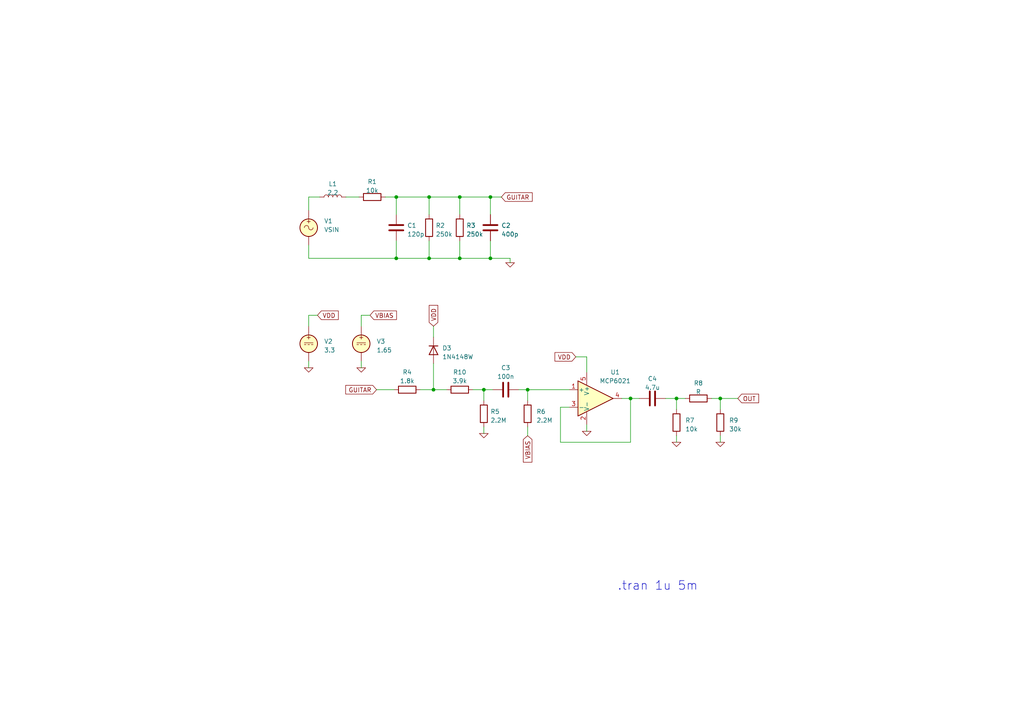
<source format=kicad_sch>
(kicad_sch (version 20230121) (generator eeschema)
  (paper "A4")
  (lib_symbols
    (symbol "Amplifier_Operational:MCP6001U" (pin_names (offset 0.127))
      (property "Reference" "U" (at 0 5.08 0))
      (property "Value" "MCP6001U" (at 0 -5.08 0))
      (symbol "MCP6001U_0_1"
        (polyline (pts (xy -5.08 5.08) (xy 5.08 0) (xy -5.08 -5.08) (xy -5.08 5.08)) (stroke (width 0.254)) (fill (type background)))
        (pin power_in line (at -2.54 -7.62 90) (length 3.81) (name "V-") (number "2"))
        (pin power_in line (at -2.54 7.62 270) (length 3.81) (name "V+") (number "5"))
      )
      (symbol "MCP6001U_1_1"
        (pin input line (at -7.62 2.54 0) (length 2.54) (name "+") (number "1"))
        (pin input line (at -7.62 -2.54 0) (length 2.54) (name "-") (number "3"))
        (pin output line (at 7.62 0 180) (length 2.54) (name "~") (number "4"))
      )
    )
    (symbol "Device:C" (pin_numbers hide) (pin_names (offset 0.254))
      (property "Reference" "C" (at 0.635 2.54 0))
      (property "Value" "C" (at 0.635 -2.54 0))
      (symbol "C_0_1"
        (polyline (pts (xy -2.032 -0.762) (xy 2.032 -0.762)) (stroke (width 0.508)))
        (polyline (pts (xy -2.032 0.762) (xy 2.032 0.762)) (stroke (width 0.508)))
      )
      (symbol "C_1_1"
        (pin passive line (at 0 3.81 270) (length 2.794) (name "~") (number "1"))
        (pin passive line (at 0 -3.81 90) (length 2.794) (name "~") (number "2"))
      )
    )
    (symbol "Device:D" (pin_numbers hide) (pin_names (offset 1.016) hide)
      (property "Reference" "D" (at 0 2.54 0))
      (property "Value" "D" (at 0 -2.54 0))
      (symbol "D_0_1"
        (polyline (pts (xy -1.27 1.27) (xy -1.27 -1.27)) (stroke (width 0.254)))
        (polyline (pts (xy 1.27 0) (xy -1.27 0)))
        (polyline (pts (xy 1.27 1.27) (xy 1.27 -1.27) (xy -1.27 0) (xy 1.27 1.27)) (stroke (width 0.254)))
      )
      (symbol "D_1_1"
        (pin passive line (at -3.81 0 0) (length 2.54) (name "K") (number "1"))
        (pin passive line (at 3.81 0 180) (length 2.54) (name "A") (number "2"))
      )
    )
    (symbol "Device:L" (pin_numbers hide) (pin_names (offset 1.016) hide)
      (property "Reference" "L" (at -1.27 0 90))
      (property "Value" "L" (at 1.905 0 90))
      (symbol "L_0_1"
        (arc (start 0 -2.54) (mid 0.6323 -1.905) (end 0 -1.27))
        (arc (start 0 -1.27) (mid 0.6323 -0.635) (end 0 0))
        (arc (start 0 0) (mid 0.6323 0.635) (end 0 1.27))
        (arc (start 0 1.27) (mid 0.6323 1.905) (end 0 2.54))
      )
      (symbol "L_1_1"
        (pin passive line (at 0 3.81 270) (length 1.27) (name "1") (number "1"))
        (pin passive line (at 0 -3.81 90) (length 1.27) (name "2") (number "2"))
      )
    )
    (symbol "Device:R" (pin_numbers hide) (pin_names (offset 0))
      (property "Reference" "R" (at 2.032 0 90))
      (property "Value" "R" (at 0 0 90))
      (symbol "R_0_1"
        (rectangle (start -1.016 -2.54) (end 1.016 2.54) (stroke (width 0.254)))
      )
      (symbol "R_1_1"
        (pin passive line (at 0 3.81 270) (length 1.27) (name "~") (number "1"))
        (pin passive line (at 0 -3.81 90) (length 1.27) (name "~") (number "2"))
      )
    )
    (symbol "Simulation_SPICE:0" (power) (pin_names (offset 0))
      (property "Value" "0" (at 0 -1.778 0))
      (symbol "0_0_1"
        (polyline (pts (xy -1.27 0) (xy 0 -1.27) (xy 1.27 0) (xy -1.27 0)))
      )
      (symbol "0_1_1"
        (pin power_in line (at 0 0 0) (length 0) hide (name "0") (number "1"))
      )
    )
    (symbol "Simulation_SPICE:VDC" (pin_numbers hide) (pin_names (offset 0.0254))
      (property "Reference" "V" (at 2.54 2.54 0))
      (property "Value" "1" (at 2.54 0 0))
      (symbol "VDC_0_0"
        (polyline (pts (xy -1.27 0.254) (xy 1.27 0.254)))
        (polyline (pts (xy -0.762 -0.254) (xy -1.27 -0.254)))
        (polyline (pts (xy 0.254 -0.254) (xy -0.254 -0.254)))
        (polyline (pts (xy 1.27 -0.254) (xy 0.762 -0.254)))
        (text "+" (at 0 1.905 0) (effects (font (size 1.27 1.27))))
      )
      (symbol "VDC_0_1"
        (circle (center 0 0) (radius 2.54) (stroke (width 0.254)) (fill (type background)))
      )
      (symbol "VDC_1_1"
        (pin passive line (at 0 5.08 270) (length 2.54) (name "~") (number "1"))
        (pin passive line (at 0 -5.08 90) (length 2.54) (name "~") (number "2"))
      )
    )
    (symbol "Simulation_SPICE:VSIN" (pin_numbers hide) (pin_names (offset 0.0254))
      (property "Reference" "V" (at 2.54 2.54 0))
      (property "Value" "VSIN" (at 2.54 0 0))
      (property "Sim.Params" "dc=0 ampl=1 f=1k ac=1" (at 2.54 -2.54 0))
      (symbol "VSIN_0_0"
        (arc (start 0 0) (mid -0.635 0.6323) (end -1.27 0))
        (arc (start 0 0) (mid 0.635 -0.6323) (end 1.27 0))
        (text "+" (at 0 1.905 0) (effects (font (size 1.27 1.27))))
      )
      (symbol "VSIN_0_1"
        (circle (center 0 0) (radius 2.54) (stroke (width 0.254)) (fill (type background)))
      )
      (symbol "VSIN_1_1"
        (pin passive line (at 0 5.08 270) (length 2.54) (name "~") (number "1"))
        (pin passive line (at 0 -5.08 90) (length 2.54) (name "~") (number "2"))
      )
    )
  )
  (junction (at 208.915 115.57))
  (junction (at 133.35 57.15))
  (junction (at 114.935 74.93))
  (junction (at 125.73 113.03))
  (junction (at 142.24 57.15))
  (junction (at 124.46 74.93))
  (junction (at 142.24 74.93))
  (junction (at 196.215 115.57))
  (junction (at 182.88 115.57))
  (junction (at 114.935 57.15))
  (junction (at 153.035 113.03))
  (junction (at 124.46 57.15))
  (junction (at 133.35 74.93))
  (junction (at 140.335 113.03))
  (wire (pts (xy 140.335 123.825) (xy 140.335 125.73)))
  (wire (pts (xy 147.955 74.93) (xy 142.24 74.93)))
  (wire (pts (xy 124.46 62.23) (xy 124.46 57.15)))
  (wire (pts (xy 89.535 91.44) (xy 92.075 91.44)))
  (wire (pts (xy 125.73 105.41) (xy 125.73 113.03)))
  (wire (pts (xy 142.24 69.85) (xy 142.24 74.93)))
  (wire (pts (xy 193.04 115.57) (xy 196.215 115.57)))
  (wire (pts (xy 153.035 123.825) (xy 153.035 126.365)))
  (wire (pts (xy 208.915 115.57) (xy 208.915 118.745)))
  (wire (pts (xy 162.56 118.11) (xy 162.56 128.27)))
  (wire (pts (xy 206.375 115.57) (xy 208.915 115.57)))
  (wire (pts (xy 142.24 62.23) (xy 142.24 57.15)))
  (wire (pts (xy 114.935 74.93) (xy 114.935 69.85)))
  (wire (pts (xy 111.76 57.15) (xy 114.935 57.15)))
  (wire (pts (xy 140.335 113.03) (xy 142.875 113.03)))
  (wire (pts (xy 153.035 116.205) (xy 153.035 113.03)))
  (wire (pts (xy 89.535 57.15) (xy 92.71 57.15)))
  (wire (pts (xy 140.335 113.03) (xy 140.335 116.205)))
  (wire (pts (xy 133.35 57.15) (xy 142.24 57.15)))
  (wire (pts (xy 182.88 128.27) (xy 182.88 115.57)))
  (wire (pts (xy 165.1 118.11) (xy 162.56 118.11)))
  (wire (pts (xy 124.46 57.15) (xy 114.935 57.15)))
  (wire (pts (xy 153.035 113.03) (xy 165.1 113.03)))
  (wire (pts (xy 124.46 57.15) (xy 133.35 57.15)))
  (wire (pts (xy 124.46 74.93) (xy 133.35 74.93)))
  (wire (pts (xy 167.005 103.505) (xy 170.18 103.505)))
  (wire (pts (xy 89.535 60.96) (xy 89.535 57.15)))
  (wire (pts (xy 125.73 94.615) (xy 125.73 97.79)))
  (wire (pts (xy 109.22 113.03) (xy 114.3 113.03)))
  (wire (pts (xy 104.775 104.775) (xy 104.775 106.68)))
  (wire (pts (xy 170.18 123.19) (xy 170.18 125.095)))
  (wire (pts (xy 170.18 103.505) (xy 170.18 107.95)))
  (wire (pts (xy 147.955 76.2) (xy 147.955 74.93)))
  (wire (pts (xy 196.215 126.365) (xy 196.215 128.27)))
  (wire (pts (xy 114.935 74.93) (xy 124.46 74.93)))
  (wire (pts (xy 89.535 71.12) (xy 89.535 74.93)))
  (wire (pts (xy 182.88 115.57) (xy 180.34 115.57)))
  (wire (pts (xy 142.24 57.15) (xy 145.415 57.15)))
  (wire (pts (xy 196.215 115.57) (xy 198.755 115.57)))
  (wire (pts (xy 133.35 62.23) (xy 133.35 57.15)))
  (wire (pts (xy 114.935 57.15) (xy 114.935 62.23)))
  (wire (pts (xy 125.73 113.03) (xy 129.54 113.03)))
  (wire (pts (xy 104.775 94.615) (xy 104.775 91.44)))
  (wire (pts (xy 208.915 115.57) (xy 213.995 115.57)))
  (wire (pts (xy 196.215 118.745) (xy 196.215 115.57)))
  (wire (pts (xy 124.46 69.85) (xy 124.46 74.93)))
  (wire (pts (xy 121.92 113.03) (xy 125.73 113.03)))
  (wire (pts (xy 89.535 104.775) (xy 89.535 106.68)))
  (wire (pts (xy 150.495 113.03) (xy 153.035 113.03)))
  (wire (pts (xy 208.915 126.365) (xy 208.915 128.27)))
  (wire (pts (xy 89.535 94.615) (xy 89.535 91.44)))
  (wire (pts (xy 162.56 128.27) (xy 182.88 128.27)))
  (wire (pts (xy 100.33 57.15) (xy 104.14 57.15)))
  (wire (pts (xy 89.535 74.93) (xy 114.935 74.93)))
  (wire (pts (xy 133.35 69.85) (xy 133.35 74.93)))
  (wire (pts (xy 104.775 91.44) (xy 107.315 91.44)))
  (wire (pts (xy 137.16 113.03) (xy 140.335 113.03)))
  (wire (pts (xy 182.88 115.57) (xy 185.42 115.57)))
  (wire (pts (xy 142.24 74.93) (xy 133.35 74.93)))
  (text_box ".tran 1u 5m\n" (at 177.165 166.37 0) (size 28.575 5.715) (stroke (width -0.0001)) (effects (font (size 2.54 2.54)) (justify left top)))
  (global_label "GUITAR" (shape input) (at 109.22 113.03 180) (property "Intersheetrefs" "${INTERSHEET_REFS}" (effects hide)))
  (global_label "VDD" (shape input) (at 92.075 91.44 0) (property "Intersheetrefs" "${INTERSHEET_REFS}" (effects hide)))
  (global_label "VBIAS" (shape input) (at 153.035 126.365 270) (property "Intersheetrefs" "${INTERSHEET_REFS}" (effects hide)))
  (global_label "VDD" (shape input) (at 167.005 103.505 180) (property "Intersheetrefs" "${INTERSHEET_REFS}" (effects hide)))
  (global_label "VDD" (shape input) (at 125.73 94.615 90) (property "Intersheetrefs" "${INTERSHEET_REFS}" (effects hide)))
  (global_label "VBIAS" (shape input) (at 107.315 91.44 0) (property "Intersheetrefs" "${INTERSHEET_REFS}" (effects hide)))
  (global_label "OUT" (shape input) (at 213.995 115.57 0) (property "Intersheetrefs" "${INTERSHEET_REFS}" (effects hide)))
  (global_label "GUITAR" (shape input) (at 145.415 57.15 0) (property "Intersheetrefs" "${INTERSHEET_REFS}" (effects hide)))
  (symbol (lib_id "Device:R") (at 133.35 66.04 0) (unit 1)
    (property "Reference" "R3" (at 135.255 65.405 0) (effects (justify left)))
    (property "Value" "250k" (at 135.255 67.945 0) (effects (justify left)))
  )
  (symbol (lib_id "Device:R") (at 140.335 120.015 0) (unit 1)
    (property "Reference" "R5" (at 142.24 119.38 0) (effects (justify left)))
    (property "Value" "2.2M" (at 142.24 121.92 0) (effects (justify left)))
  )
  (symbol (lib_id "Simulation_SPICE:0") (at 140.335 125.73 0) (unit 1)
    (property "Reference" "#GND05" (effects hide))
    (property "Value" "0" (effects hide))
  )
  (symbol (lib_id "Device:C") (at 114.935 66.04 0) (unit 1)
    (property "Reference" "C1" (at 118.11 65.405 0) (effects (justify left)))
    (property "Value" "120p" (at 118.11 67.945 0) (effects (justify left)))
  )
  (symbol (lib_id "Simulation_SPICE:0") (at 104.775 106.68 0) (unit 1)
    (property "Reference" "#GND04" (effects hide))
    (property "Value" "0" (effects hide))
  )
  (symbol (lib_id "Device:R") (at 133.35 113.03 90) (unit 1)
    (property "Reference" "R10" (at 133.35 107.95 90))
    (property "Value" "3.9k" (at 133.35 110.49 90))
  )
  (symbol (lib_id "Device:R") (at 118.11 113.03 90) (unit 1)
    (property "Reference" "R4" (at 118.11 107.95 90))
    (property "Value" "1.8k" (at 118.11 110.49 90))
  )
  (symbol (lib_id "Device:C") (at 189.23 115.57 90) (unit 1)
    (property "Reference" "C4" (at 189.23 109.855 90))
    (property "Value" "4.7u" (at 189.23 112.395 90))
  )
  (symbol (lib_id "Device:R") (at 153.035 120.015 0) (unit 1)
    (property "Reference" "R6" (at 155.575 119.38 0) (effects (justify left)))
    (property "Value" "2.2M" (at 155.575 121.92 0) (effects (justify left)))
  )
  (symbol (lib_id "Simulation_SPICE:0") (at 208.915 128.27 0) (unit 1)
    (property "Reference" "#GND07" (effects hide))
    (property "Value" "0" (effects hide))
  )
  (symbol (lib_id "Device:D") (at 125.73 101.6 270) (unit 1)
    (property "Reference" "D3" (at 128.27 100.965 90) (effects (justify left)))
    (property "Value" "1N4148W" (at 128.27 103.505 90) (effects (justify left)))
    (property "Sim.Device" "D" (effects hide))
    (property "Sim.Pins" "1=K 2=A" (effects hide))
    (property "Sim.Library" "SPICEModels/1N4148W.lib" (effects hide))
    (property "Sim.Name" "1N4148W" (effects hide))
    (property "Sim.Params" "temp=28" (effects hide))
  )
  (symbol (lib_id "Device:L") (at 96.52 57.15 90) (unit 1)
    (property "Reference" "L1" (at 96.52 53.34 90))
    (property "Value" "2.2" (at 96.52 55.88 90))
  )
  (symbol (lib_id "Device:C") (at 142.24 66.04 0) (unit 1)
    (property "Reference" "C2" (at 145.415 65.405 0) (effects (justify left)))
    (property "Value" "400p" (at 145.415 67.945 0) (effects (justify left)))
  )
  (symbol (lib_id "Device:R") (at 196.215 122.555 0) (unit 1)
    (property "Reference" "R7" (at 198.755 121.92 0) (effects (justify left)))
    (property "Value" "10k" (at 198.755 124.46 0) (effects (justify left)))
  )
  (symbol (lib_id "Simulation_SPICE:VDC") (at 89.535 99.695 0) (unit 1)
    (property "Reference" "V2" (at 93.98 99.0242 0) (effects (justify left)))
    (property "Value" "3.3" (at 93.98 101.5642 0) (effects (justify left)))
    (property "Sim.Pins" "1=+ 2=-" (effects hide))
    (property "Sim.Type" "DC" (effects hide))
    (property "Sim.Device" "V" (effects hide))
  )
  (symbol (lib_id "Simulation_SPICE:VSIN") (at 89.535 66.04 0) (unit 1)
    (property "Reference" "V1" (at 93.98 64.0992 0) (effects (justify left)))
    (property "Value" "VSIN" (at 93.98 66.6392 0) (effects (justify left)))
    (property "Sim.Pins" "1=+ 2=-" (effects hide))
    (property "Sim.Params" "dc=0 ampl=1 f=1k ac=1" (effects hide))
    (property "Sim.Type" "SIN" (effects hide))
    (property "Sim.Device" "V" (effects hide))
  )
  (symbol (lib_id "Simulation_SPICE:0") (at 89.535 106.68 0) (unit 1)
    (property "Reference" "#GND03" (effects hide))
    (property "Value" "0" (effects hide))
  )
  (symbol (lib_id "Device:R") (at 202.565 115.57 90) (unit 1)
    (property "Reference" "R8" (at 202.565 111.125 90))
    (property "Value" "R" (at 202.565 113.665 90))
  )
  (symbol (lib_id "Simulation_SPICE:0") (at 196.215 128.27 0) (unit 1)
    (property "Reference" "#GND06" (effects hide))
    (property "Value" "0" (effects hide))
  )
  (symbol (lib_id "Device:R") (at 208.915 122.555 0) (unit 1)
    (property "Reference" "R9" (at 211.455 121.92 0) (effects (justify left)))
    (property "Value" "30k" (at 211.455 124.46 0) (effects (justify left)))
  )
  (symbol (lib_id "Device:R") (at 107.95 57.15 90) (unit 1)
    (property "Reference" "R1" (at 107.95 52.705 90))
    (property "Value" "10k" (at 107.95 55.245 90))
  )
  (symbol (lib_id "Amplifier_Operational:MCP6001U") (at 172.72 115.57 0) (unit 1)
    (property "Reference" "U1" (at 178.435 107.95 0))
    (property "Value" "MCP6021" (at 178.435 110.49 0))
    (property "Datasheet" "http://ww1.microchip.com/downloads/en/DeviceDoc/21733j.pdf" (effects hide))
    (property "Sim.Library" "SPICEModels/MCP6021.lib" (effects hide))
    (property "Sim.Name" "MCP6021" (effects hide))
    (property "Sim.Device" "SUBCKT" (effects hide))
    (property "Sim.Pins" "1=1 2=4 3=2 4=5 5=3" (effects hide))
  )
  (symbol (lib_id "Simulation_SPICE:0") (at 170.18 125.095 0) (unit 1)
    (property "Reference" "#GND08" (effects hide))
    (property "Value" "0" (effects hide))
  )
  (symbol (lib_id "Simulation_SPICE:VDC") (at 104.775 99.695 0) (unit 1)
    (property "Reference" "V3" (at 109.22 99.0242 0) (effects (justify left)))
    (property "Value" "1.65" (at 109.22 101.5642 0) (effects (justify left)))
    (property "Sim.Pins" "1=+ 2=-" (effects hide))
    (property "Sim.Type" "DC" (effects hide))
    (property "Sim.Device" "V" (effects hide))
  )
  (symbol (lib_id "Device:R") (at 124.46 66.04 0) (unit 1)
    (property "Reference" "R2" (at 126.365 65.405 0) (effects (justify left)))
    (property "Value" "250k" (at 126.365 67.945 0) (effects (justify left)))
  )
  (symbol (lib_id "Simulation_SPICE:0") (at 147.955 76.2 0) (unit 1)
    (property "Reference" "#GND02" (effects hide))
    (property "Value" "0" (effects hide))
  )
  (symbol (lib_id "Device:C") (at 146.685 113.03 90) (unit 1)
    (property "Reference" "C3" (at 146.685 106.68 90))
    (property "Value" "100n" (at 146.685 109.22 90))
  )
)
</source>
